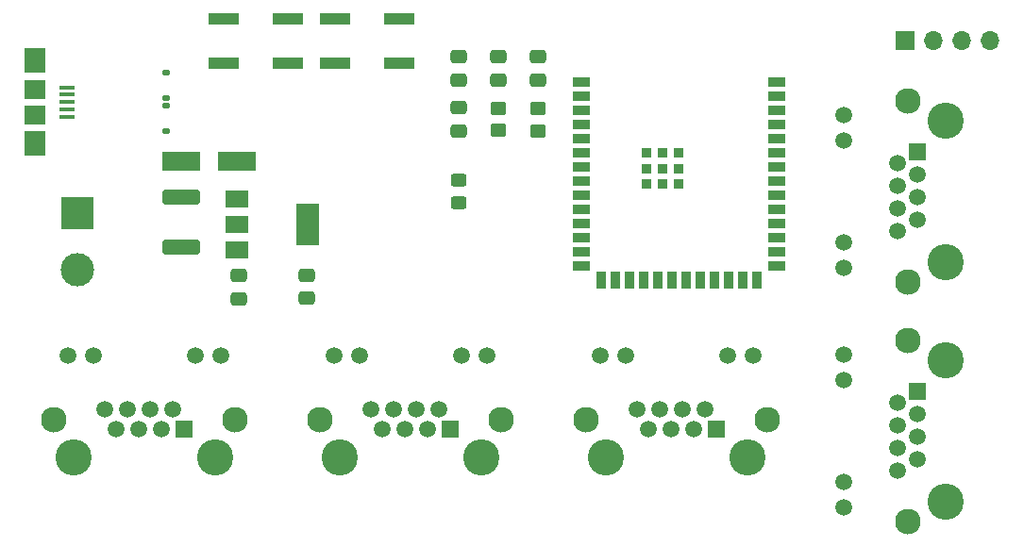
<source format=gbr>
%TF.GenerationSoftware,KiCad,Pcbnew,6.0.9+dfsg-1~bpo11+1*%
%TF.CreationDate,2022-12-31T19:32:48-06:00*%
%TF.ProjectId,Modular,4d6f6475-6c61-4722-9e6b-696361645f70,rev?*%
%TF.SameCoordinates,Original*%
%TF.FileFunction,Soldermask,Top*%
%TF.FilePolarity,Negative*%
%FSLAX46Y46*%
G04 Gerber Fmt 4.6, Leading zero omitted, Abs format (unit mm)*
G04 Created by KiCad (PCBNEW 6.0.9+dfsg-1~bpo11+1) date 2022-12-31 19:32:48*
%MOMM*%
%LPD*%
G01*
G04 APERTURE LIST*
G04 Aperture macros list*
%AMRoundRect*
0 Rectangle with rounded corners*
0 $1 Rounding radius*
0 $2 $3 $4 $5 $6 $7 $8 $9 X,Y pos of 4 corners*
0 Add a 4 corners polygon primitive as box body*
4,1,4,$2,$3,$4,$5,$6,$7,$8,$9,$2,$3,0*
0 Add four circle primitives for the rounded corners*
1,1,$1+$1,$2,$3*
1,1,$1+$1,$4,$5*
1,1,$1+$1,$6,$7*
1,1,$1+$1,$8,$9*
0 Add four rect primitives between the rounded corners*
20,1,$1+$1,$2,$3,$4,$5,0*
20,1,$1+$1,$4,$5,$6,$7,0*
20,1,$1+$1,$6,$7,$8,$9,0*
20,1,$1+$1,$8,$9,$2,$3,0*%
G04 Aperture macros list end*
%ADD10R,2.800000X1.000000*%
%ADD11R,1.500000X0.900000*%
%ADD12R,0.900000X1.500000*%
%ADD13R,0.900000X0.900000*%
%ADD14R,1.400000X0.400000*%
%ADD15R,1.900000X1.800000*%
%ADD16R,1.900000X2.300000*%
%ADD17R,2.000000X1.500000*%
%ADD18R,2.000000X3.800000*%
%ADD19RoundRect,0.250000X0.450000X-0.350000X0.450000X0.350000X-0.450000X0.350000X-0.450000X-0.350000X0*%
%ADD20C,3.250000*%
%ADD21R,1.500000X1.500000*%
%ADD22C,1.500000*%
%ADD23C,2.300000*%
%ADD24RoundRect,0.125000X-0.175000X0.125000X-0.175000X-0.125000X0.175000X-0.125000X0.175000X0.125000X0*%
%ADD25RoundRect,0.250000X-1.450000X0.400000X-1.450000X-0.400000X1.450000X-0.400000X1.450000X0.400000X0*%
%ADD26R,3.000000X3.000000*%
%ADD27C,3.000000*%
%ADD28RoundRect,0.250000X0.475000X-0.337500X0.475000X0.337500X-0.475000X0.337500X-0.475000X-0.337500X0*%
%ADD29RoundRect,0.250000X-0.475000X0.337500X-0.475000X-0.337500X0.475000X-0.337500X0.475000X0.337500X0*%
%ADD30RoundRect,0.250000X0.450000X-0.325000X0.450000X0.325000X-0.450000X0.325000X-0.450000X-0.325000X0*%
%ADD31RoundRect,0.125000X0.175000X-0.125000X0.175000X0.125000X-0.175000X0.125000X-0.175000X-0.125000X0*%
%ADD32R,3.500000X1.800000*%
%ADD33R,1.700000X1.700000*%
%ADD34O,1.700000X1.700000*%
G04 APERTURE END LIST*
D10*
%TO.C,RST1*%
X114900000Y-112000000D03*
X109100000Y-112000000D03*
X114900000Y-108000000D03*
X109100000Y-108000000D03*
%TD*%
D11*
%TO.C,U1*%
X131250000Y-113740000D03*
X131250000Y-115010000D03*
X131250000Y-116280000D03*
X131250000Y-117550000D03*
X131250000Y-118820000D03*
X131250000Y-120090000D03*
X131250000Y-121360000D03*
X131250000Y-122630000D03*
X131250000Y-123900000D03*
X131250000Y-125170000D03*
X131250000Y-126440000D03*
X131250000Y-127710000D03*
X131250000Y-128980000D03*
X131250000Y-130250000D03*
D12*
X133015000Y-131500000D03*
X134285000Y-131500000D03*
X135555000Y-131500000D03*
X136825000Y-131500000D03*
X138095000Y-131500000D03*
X139365000Y-131500000D03*
X140635000Y-131500000D03*
X141905000Y-131500000D03*
X143175000Y-131500000D03*
X144445000Y-131500000D03*
X145715000Y-131500000D03*
X146985000Y-131500000D03*
D11*
X148750000Y-130250000D03*
X148750000Y-128980000D03*
X148750000Y-127710000D03*
X148750000Y-126440000D03*
X148750000Y-125170000D03*
X148750000Y-123900000D03*
X148750000Y-122630000D03*
X148750000Y-121360000D03*
X148750000Y-120090000D03*
X148750000Y-118820000D03*
X148750000Y-117550000D03*
X148750000Y-116280000D03*
X148750000Y-115010000D03*
X148750000Y-113740000D03*
D13*
X137100000Y-120060000D03*
X139900000Y-120060000D03*
X137100000Y-121460000D03*
X138500000Y-121460000D03*
X137100000Y-122860000D03*
X138500000Y-122860000D03*
X139900000Y-122860000D03*
X138500000Y-120060000D03*
X139900000Y-121460000D03*
%TD*%
D14*
%TO.C,J1*%
X85050000Y-114200000D03*
X85050000Y-114850000D03*
X85050000Y-115500000D03*
X85050000Y-116150000D03*
X85050000Y-116800000D03*
D15*
X82200000Y-116650000D03*
D16*
X82200000Y-111750000D03*
D15*
X82200000Y-114350000D03*
D16*
X82200000Y-119250000D03*
%TD*%
D17*
%TO.C,U2*%
X100350000Y-124200000D03*
X100350000Y-126500000D03*
D18*
X106650000Y-126500000D03*
D17*
X100350000Y-128800000D03*
%TD*%
D19*
%TO.C,R1*%
X127300000Y-118080000D03*
X127300000Y-116080000D03*
%TD*%
D10*
%TO.C,BOOT1*%
X104900000Y-112000000D03*
X99100000Y-112000000D03*
X99100000Y-108000000D03*
X104900000Y-108000000D03*
%TD*%
D20*
%TO.C,J6*%
X133400000Y-147415000D03*
X146100000Y-147415000D03*
D21*
X143310000Y-144875000D03*
D22*
X142294000Y-143095000D03*
X141278000Y-144875000D03*
X140262000Y-143095000D03*
X139246000Y-144875000D03*
X138230000Y-143095000D03*
X137214000Y-144875000D03*
X136198000Y-143095000D03*
X146610000Y-138275000D03*
X144320000Y-138275000D03*
X135180000Y-138275000D03*
X132890000Y-138275000D03*
D23*
X147880000Y-143985000D03*
X131620000Y-143985000D03*
%TD*%
D24*
%TO.C,D2*%
X94000000Y-115850000D03*
X94000000Y-118150000D03*
%TD*%
D25*
%TO.C,F1*%
X95350000Y-124075000D03*
X95350000Y-128525000D03*
%TD*%
D20*
%TO.C,J7*%
X163915000Y-138650000D03*
X163915000Y-151350000D03*
D21*
X161375000Y-141440000D03*
D22*
X159595000Y-142456000D03*
X161375000Y-143472000D03*
X159595000Y-144488000D03*
X161375000Y-145504000D03*
X159595000Y-146520000D03*
X161375000Y-147536000D03*
X159595000Y-148552000D03*
X154775000Y-138140000D03*
X154775000Y-140430000D03*
X154775000Y-149570000D03*
X154775000Y-151860000D03*
D23*
X160485000Y-153130000D03*
X160485000Y-136870000D03*
%TD*%
D26*
%TO.C,J3*%
X86000000Y-125500000D03*
D27*
X86000000Y-130580000D03*
%TD*%
D28*
%TO.C,C3*%
X120188000Y-113537500D03*
X120188000Y-111462500D03*
%TD*%
D29*
%TO.C,C6*%
X106548000Y-131050500D03*
X106548000Y-133125500D03*
%TD*%
%TO.C,C5*%
X100452000Y-131072000D03*
X100452000Y-133147000D03*
%TD*%
D20*
%TO.C,J5*%
X122225000Y-147415000D03*
X109525000Y-147415000D03*
D21*
X119435000Y-144875000D03*
D22*
X118419000Y-143095000D03*
X117403000Y-144875000D03*
X116387000Y-143095000D03*
X115371000Y-144875000D03*
X114355000Y-143095000D03*
X113339000Y-144875000D03*
X112323000Y-143095000D03*
X122735000Y-138275000D03*
X120445000Y-138275000D03*
X111305000Y-138275000D03*
X109015000Y-138275000D03*
D23*
X107745000Y-143985000D03*
X124005000Y-143985000D03*
%TD*%
D20*
%TO.C,J8*%
X85650000Y-147415000D03*
X98350000Y-147415000D03*
D21*
X95560000Y-144875000D03*
D22*
X94544000Y-143095000D03*
X93528000Y-144875000D03*
X92512000Y-143095000D03*
X91496000Y-144875000D03*
X90480000Y-143095000D03*
X89464000Y-144875000D03*
X88448000Y-143095000D03*
X98860000Y-138275000D03*
X96570000Y-138275000D03*
X87430000Y-138275000D03*
X85140000Y-138275000D03*
D23*
X100130000Y-143985000D03*
X83870000Y-143985000D03*
%TD*%
D30*
%TO.C,D3*%
X120250000Y-124525000D03*
X120250000Y-122475000D03*
%TD*%
D29*
%TO.C,C4*%
X120188000Y-116026500D03*
X120188000Y-118101500D03*
%TD*%
D31*
%TO.C,D1*%
X94000000Y-115150000D03*
X94000000Y-112850000D03*
%TD*%
D28*
%TO.C,C1*%
X127300000Y-113537500D03*
X127300000Y-111462500D03*
%TD*%
%TO.C,C2*%
X123744000Y-113537500D03*
X123744000Y-111462500D03*
%TD*%
D32*
%TO.C,D4*%
X95300000Y-120800000D03*
X100300000Y-120800000D03*
%TD*%
D33*
%TO.C,J2*%
X160250000Y-110000000D03*
D34*
X162790000Y-110000000D03*
X165330000Y-110000000D03*
X167870000Y-110000000D03*
%TD*%
D20*
%TO.C,J4*%
X163915000Y-129850000D03*
X163915000Y-117150000D03*
D21*
X161375000Y-119940000D03*
D22*
X159595000Y-120956000D03*
X161375000Y-121972000D03*
X159595000Y-122988000D03*
X161375000Y-124004000D03*
X159595000Y-125020000D03*
X161375000Y-126036000D03*
X159595000Y-127052000D03*
X154775000Y-116640000D03*
X154775000Y-118930000D03*
X154775000Y-128070000D03*
X154775000Y-130360000D03*
D23*
X160485000Y-115370000D03*
X160485000Y-131630000D03*
%TD*%
D19*
%TO.C,R2*%
X123744000Y-118064000D03*
X123744000Y-116064000D03*
%TD*%
M02*

</source>
